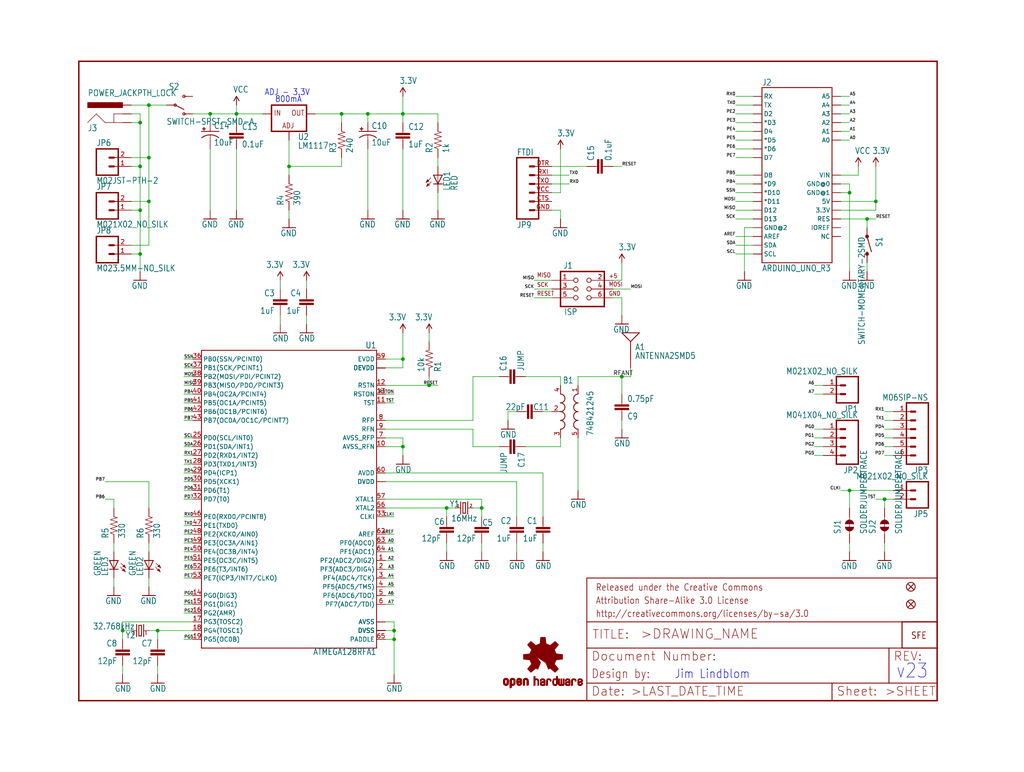
<source format=kicad_sch>
(kicad_sch (version 20211123) (generator eeschema)
  (paper "User" 297.002 223.926)
  (lib_symbols
    (symbol "schematicEagle-eagle-import:3.3V" (power)
      (property "Value" "3.3V" (at -1.016 3.556 0))
      (symbol "3.3V_1_0"
        (pin power_in line (at 0 0 90) (length 2.54) (name "3.3V") (number "1"))
      )
    )
    (symbol "schematicEagle-eagle-import:ANTENNA2SMD5"
      (property "Value" "ANTENNA2SMD5" (at 1.27 -2.54 0))
      (symbol "ANTENNA2SMD5_1_0"
        (pin bidirectional line (at 0 -5.08 90) (length 2.54) (name "SIGNAL") (number "FEED"))
      )
    )
    (symbol "schematicEagle-eagle-import:ARDUINO_UNO_R3"
      (property "Reference" "J" (at -10.16 25.908 0))
      (property "Value" "ARDUINO_UNO_R3" (at -10.16 -27.94 0))
      (symbol "ARDUINO_UNO_R3_1_0"
        (pin bidirectional line (at 12.7 -10.16 180) (length 2.54) (name "3.3V") (number "3.3V"))
        (pin bidirectional line (at 12.7 -7.62 180) (length 2.54) (name "5V") (number "5V"))
        (pin bidirectional line (at 12.7 10.16 180) (length 2.54) (name "A0") (number "A0"))
        (pin bidirectional line (at 12.7 12.7 180) (length 2.54) (name "A1") (number "A1"))
        (pin bidirectional line (at 12.7 15.24 180) (length 2.54) (name "A2") (number "A2"))
        (pin bidirectional line (at 12.7 17.78 180) (length 2.54) (name "A3") (number "A3"))
        (pin bidirectional line (at 12.7 20.32 180) (length 2.54) (name "A4") (number "A4"))
        (pin bidirectional line (at 12.7 22.86 180) (length 2.54) (name "A5") (number "A5"))
        (pin bidirectional line (at -12.7 -17.78 0) (length 2.54) (name "AREF") (number "AREF"))
        (pin bidirectional line (at -12.7 -5.08 0) (length 2.54) (name "*D10") (number "D10"))
        (pin bidirectional line (at -12.7 -7.62 0) (length 2.54) (name "*D11") (number "D11"))
        (pin bidirectional line (at -12.7 -10.16 0) (length 2.54) (name "D12") (number "D12"))
        (pin bidirectional line (at -12.7 -12.7 0) (length 2.54) (name "D13") (number "D13"))
        (pin bidirectional line (at -12.7 17.78 0) (length 2.54) (name "D2") (number "D2"))
        (pin bidirectional line (at -12.7 15.24 0) (length 2.54) (name "*D3") (number "D3"))
        (pin bidirectional line (at -12.7 12.7 0) (length 2.54) (name "D4") (number "D4"))
        (pin bidirectional line (at -12.7 10.16 0) (length 2.54) (name "*D5") (number "D5"))
        (pin bidirectional line (at -12.7 7.62 0) (length 2.54) (name "*D6") (number "D6"))
        (pin bidirectional line (at -12.7 5.08 0) (length 2.54) (name "D7") (number "D7"))
        (pin bidirectional line (at -12.7 0 0) (length 2.54) (name "D8") (number "D8"))
        (pin bidirectional line (at -12.7 -2.54 0) (length 2.54) (name "*D9") (number "D9"))
        (pin bidirectional line (at 12.7 -2.54 180) (length 2.54) (name "GND@0") (number "GND@0"))
        (pin bidirectional line (at 12.7 -5.08 180) (length 2.54) (name "GND@1") (number "GND@1"))
        (pin bidirectional line (at -12.7 -15.24 0) (length 2.54) (name "GND@2") (number "GND@2"))
        (pin bidirectional line (at 12.7 -15.24 180) (length 2.54) (name "IOREF") (number "IOREF"))
        (pin bidirectional line (at 12.7 -17.78 180) (length 2.54) (name "NC") (number "NC"))
        (pin bidirectional line (at 12.7 -12.7 180) (length 2.54) (name "RES") (number "RES"))
        (pin bidirectional line (at -12.7 22.86 0) (length 2.54) (name "RX") (number "RX"))
        (pin bidirectional line (at -12.7 -22.86 0) (length 2.54) (name "SCL") (number "SCL"))
        (pin bidirectional line (at -12.7 -20.32 0) (length 2.54) (name "SDA") (number "SDA"))
        (pin bidirectional line (at -12.7 20.32 0) (length 2.54) (name "TX") (number "TX"))
        (pin bidirectional line (at 12.7 0 180) (length 2.54) (name "VIN") (number "VIN"))
      )
    )
    (symbol "schematicEagle-eagle-import:ATMEGA128RFA1"
      (property "Reference" "U" (at -25.4 43.688 0))
      (property "Value" "ATMEGA128RFA1" (at -25.4 -45.212 0))
      (symbol "ATMEGA128RFA1_1_0"
        (pin bidirectional line (at -27.94 -17.78 0) (length 2.54) (name "PF2(ADC2/DIG2)") (number "1"))
        (pin bidirectional line (at -27.94 15.24 0) (length 2.54) (name "AVSS_RFN") (number "10"))
        (pin bidirectional line (at -27.94 27.94 0) (length 2.54) (name "TST") (number "11"))
        (pin bidirectional line (at -27.94 33.02 0) (length 2.54) (name "RSTN") (number "12"))
        (pin bidirectional line (at -27.94 30.48 0) (length 2.54) (name "RSTON") (number "13"))
        (pin bidirectional line (at 27.94 -27.94 180) (length 2.54) (name "PG0(DIG3)") (number "14"))
        (pin bidirectional line (at 27.94 -30.48 180) (length 2.54) (name "PG1(DIG1)") (number "15"))
        (pin bidirectional line (at 27.94 -33.02 180) (length 2.54) (name "PG2(AMR)") (number "16"))
        (pin bidirectional line (at 27.94 -35.56 180) (length 2.54) (name "PG3(TOSC2)") (number "17"))
        (pin bidirectional line (at 27.94 -38.1 180) (length 2.54) (name "PG4(TOSC1)") (number "18"))
        (pin bidirectional line (at 27.94 -40.64 180) (length 2.54) (name "PG5(OC0B)") (number "19"))
        (pin bidirectional line (at -27.94 -20.32 0) (length 2.54) (name "PF3(ADC3/DIG4)") (number "2"))
        (pin bidirectional line (at -27.94 -38.1 0) (length 2.54) (name "DVSS") (number "20"))
        (pin bidirectional line (at -27.94 5.08 0) (length 2.54) (name "DVDD") (number "21"))
        (pin bidirectional line (at -27.94 5.08 0) (length 2.54) (name "DVDD") (number "22"))
        (pin bidirectional line (at -27.94 38.1 0) (length 2.54) (name "DEVDD") (number "23"))
        (pin bidirectional line (at -27.94 -38.1 0) (length 2.54) (name "DVSS") (number "24"))
        (pin bidirectional line (at 27.94 17.78 180) (length 2.54) (name "PD0(SCL/INT0)") (number "25"))
        (pin bidirectional line (at 27.94 15.24 180) (length 2.54) (name "PD1(SDA/INT1)") (number "26"))
        (pin bidirectional line (at 27.94 12.7 180) (length 2.54) (name "PD2(RXD1/INT2)") (number "27"))
        (pin bidirectional line (at 27.94 10.16 180) (length 2.54) (name "PD3(TXD1/INT3)") (number "28"))
        (pin bidirectional line (at 27.94 7.62 180) (length 2.54) (name "PD4(ICP1)") (number "29"))
        (pin bidirectional line (at -27.94 -22.86 0) (length 2.54) (name "PF4(ADC4/TCK)") (number "3"))
        (pin bidirectional line (at 27.94 5.08 180) (length 2.54) (name "PD5(XCK1)") (number "30"))
        (pin bidirectional line (at 27.94 2.54 180) (length 2.54) (name "PD6(T1)") (number "31"))
        (pin bidirectional line (at 27.94 0 180) (length 2.54) (name "PD7(T0)") (number "32"))
        (pin bidirectional line (at -27.94 -5.08 0) (length 2.54) (name "CLKI") (number "33"))
        (pin bidirectional line (at -27.94 38.1 0) (length 2.54) (name "DEVDD") (number "34"))
        (pin bidirectional line (at -27.94 -38.1 0) (length 2.54) (name "DVSS") (number "35"))
        (pin bidirectional line (at 27.94 40.64 180) (length 2.54) (name "PB0(SSN/PCINT0)") (number "36"))
        (pin bidirectional line (at 27.94 38.1 180) (length 2.54) (name "PB1(SCK/PCINT1)") (number "37"))
        (pin bidirectional line (at 27.94 35.56 180) (length 2.54) (name "PB2(MOSI/PDI/PCINT2)") (number "38"))
        (pin bidirectional line (at 27.94 33.02 180) (length 2.54) (name "PB3(MISO/PDO/PCINT3)") (number "39"))
        (pin bidirectional line (at -27.94 -25.4 0) (length 2.54) (name "PF5(ADC5/TMS)") (number "4"))
        (pin bidirectional line (at 27.94 30.48 180) (length 2.54) (name "PB4(OC2A/PCINT4)") (number "40"))
        (pin bidirectional line (at 27.94 27.94 180) (length 2.54) (name "PB5(OC1A/PCINT5)") (number "41"))
        (pin bidirectional line (at 27.94 25.4 180) (length 2.54) (name "PB6(OC1B/PCINT6)") (number "42"))
        (pin bidirectional line (at 27.94 22.86 180) (length 2.54) (name "PB7(OC0A/OC1C/PCINT7)") (number "43"))
        (pin bidirectional line (at -27.94 38.1 0) (length 2.54) (name "DEVDD") (number "44"))
        (pin bidirectional line (at -27.94 -38.1 0) (length 2.54) (name "DVSS") (number "45"))
        (pin bidirectional line (at 27.94 -5.08 180) (length 2.54) (name "PE0(RXD0/PCINT8)") (number "46"))
        (pin bidirectional line (at 27.94 -7.62 180) (length 2.54) (name "PE1(TXD0)") (number "47"))
        (pin bidirectional line (at 27.94 -10.16 180) (length 2.54) (name "PE2(XCK0/AIN0)") (number "48"))
        (pin bidirectional line (at 27.94 -12.7 180) (length 2.54) (name "PE3(OC3A/AIN1)") (number "49"))
        (pin bidirectional line (at -27.94 -27.94 0) (length 2.54) (name "PF6(ADC6/TDO)") (number "5"))
        (pin bidirectional line (at 27.94 -15.24 180) (length 2.54) (name "PE4(OC3B/INT4)") (number "50"))
        (pin bidirectional line (at 27.94 -17.78 180) (length 2.54) (name "PE5(OC3C/INT5)") (number "51"))
        (pin bidirectional line (at 27.94 -20.32 180) (length 2.54) (name "PE6(T3/INT6)") (number "52"))
        (pin bidirectional line (at 27.94 -22.86 180) (length 2.54) (name "PE7(ICP3/INT7/CLKO)") (number "53"))
        (pin bidirectional line (at -27.94 38.1 0) (length 2.54) (name "DEVDD") (number "54"))
        (pin bidirectional line (at -27.94 -38.1 0) (length 2.54) (name "DVSS") (number "55"))
        (pin bidirectional line (at -27.94 -2.54 0) (length 2.54) (name "XTAL2") (number "56"))
        (pin bidirectional line (at -27.94 0 0) (length 2.54) (name "XTAL1") (number "57"))
        (pin bidirectional line (at -27.94 -35.56 0) (length 2.54) (name "AVSS") (number "58"))
        (pin bidirectional line (at -27.94 40.64 0) (length 2.54) (name "EVDD") (number "59"))
        (pin bidirectional line (at -27.94 -30.48 0) (length 2.54) (name "PF7(ADC7/TDI)") (number "6"))
        (pin bidirectional line (at -27.94 7.62 0) (length 2.54) (name "AVDD") (number "60"))
        (pin bidirectional line (at -27.94 -35.56 0) (length 2.54) (name "AVSS") (number "61"))
        (pin bidirectional line (at -27.94 -10.16 0) (length 2.54) (name "AREF") (number "62"))
        (pin bidirectional line (at -27.94 -12.7 0) (length 2.54) (name "PF0(ADC0)") (number "63"))
        (pin bidirectional line (at -27.94 -15.24 0) (length 2.54) (name "PF1(ADC1)") (number "64"))
        (pin bidirectional line (at -27.94 -40.64 0) (length 2.54) (name "PADDLE") (number "65"))
        (pin bidirectional line (at -27.94 17.78 0) (length 2.54) (name "AVSS_RFP") (number "7"))
        (pin bidirectional line (at -27.94 22.86 0) (length 2.54) (name "RFP") (number "8"))
        (pin bidirectional line (at -27.94 20.32 0) (length 2.54) (name "RFN") (number "9"))
      )
    )
    (symbol "schematicEagle-eagle-import:AVR_SPI_PRG_6NS"
      (property "Reference" "J" (at -4.318 5.842 0))
      (property "Value" "AVR_SPI_PRG_6NS" (at -4.064 -7.62 0))
      (symbol "AVR_SPI_PRG_6NS_1_0"
        (text "+5" (at 8.89 3.048 0) (effects (font (size 1.27 1.0795)) (justify left bottom)))
        (text "GND" (at 8.89 -2.032 0) (effects (font (size 1.27 1.0795)) (justify left bottom)))
        (text "MISO" (at -11.938 3.302 0) (effects (font (size 1.27 1.0795)) (justify left bottom)))
        (text "MOSI" (at 8.89 0.635 0) (effects (font (size 1.27 1.0795)) (justify left bottom)))
        (text "RESET" (at -11.938 -2.032 0) (effects (font (size 1.27 1.0795)) (justify left bottom)))
        (text "SCK" (at -11.938 0.508 0) (effects (font (size 1.27 1.0795)) (justify left bottom)))
        (pin passive inverted (at -7.62 2.54 0) (length 7.62) (name "1") (number "1"))
        (pin passive inverted (at 10.16 2.54 180) (length 7.62) (name "2") (number "2"))
        (pin passive inverted (at -7.62 0 0) (length 7.62) (name "3") (number "3"))
        (pin passive inverted (at 10.16 0 180) (length 7.62) (name "4") (number "4"))
        (pin passive inverted (at -7.62 -2.54 0) (length 7.62) (name "5") (number "5"))
        (pin passive inverted (at 10.16 -2.54 180) (length 7.62) (name "6") (number "6"))
      )
    )
    (symbol "schematicEagle-eagle-import:BALUN0805"
      (property "Reference" "B" (at -5.08 -20.32 0))
      (property "Value" "BALUN0805" (at -5.08 -17.78 0))
      (symbol "BALUN0805_1_0"
        (pin bidirectional line (at -2.54 5.08 270) (length 2.54) (name "IN") (number "1"))
        (pin bidirectional line (at 5.08 -2.54 180) (length 2.54) (name "GND@2") (number "2"))
        (pin bidirectional line (at 2.54 -10.16 90) (length 2.54) (name "OUT2") (number "3"))
        (pin bidirectional line (at 2.54 5.08 270) (length 2.54) (name "OUT1") (number "4"))
        (pin bidirectional line (at -2.54 -10.16 90) (length 2.54) (name "GND@5") (number "5"))
      )
    )
    (symbol "schematicEagle-eagle-import:CAP0402-CAP"
      (property "Reference" "C" (at 1.524 2.921 0))
      (property "Value" "CAP0402-CAP" (at 1.524 -2.159 0))
      (symbol "CAP0402-CAP_1_0"
        (pin passive line (at 0 5.08 270) (length 2.54) (name "1") (number "1"))
        (pin passive line (at 0 -2.54 90) (length 2.54) (name "2") (number "2"))
      )
    )
    (symbol "schematicEagle-eagle-import:CAP_POL1206"
      (property "Reference" "C" (at 1.016 0.635 0))
      (property "Value" "CAP_POL1206" (at 1.016 -4.191 0))
      (symbol "CAP_POL1206_1_0"
        (pin passive line (at 0 2.54 270) (length 2.54) (name "+") (number "A"))
        (pin passive line (at 0 -5.08 90) (length 2.54) (name "-") (number "C"))
      )
    )
    (symbol "schematicEagle-eagle-import:CRYSTAL32-SMD"
      (property "Reference" "Y" (at 2.54 1.016 0))
      (property "Value" "CRYSTAL32-SMD" (at 2.54 -2.54 0))
      (symbol "CRYSTAL32-SMD_1_0"
        (text "1" (at -2.159 -1.143 0) (effects (font (size 0.8636 0.734)) (justify left bottom)))
        (text "2" (at 1.524 -1.143 0) (effects (font (size 0.8636 0.734)) (justify left bottom)))
        (pin passive line (at -2.54 0 0) (length 0) (name "1") (number "X1"))
        (pin passive line (at 2.54 0 180) (length 0) (name "2") (number "X2"))
      )
    )
    (symbol "schematicEagle-eagle-import:CRYSTAL5X3"
      (property "Reference" "Y" (at 2.54 1.016 0))
      (property "Value" "CRYSTAL5X3" (at 2.54 -2.54 0))
      (symbol "CRYSTAL5X3_1_0"
        (text "1" (at -2.159 -1.143 0) (effects (font (size 0.8636 0.734)) (justify left bottom)))
        (text "2" (at 1.524 -1.143 0) (effects (font (size 0.8636 0.734)) (justify left bottom)))
        (pin passive line (at -2.54 0 0) (length 0) (name "1") (number "1"))
        (pin passive line (at 2.54 0 180) (length 0) (name "2") (number "3"))
      )
    )
    (symbol "schematicEagle-eagle-import:FIDUCIALUFIDUCIAL")
    (symbol "schematicEagle-eagle-import:FRAME-LETTER"
      (symbol "FRAME-LETTER_2_0"
        (text ">DRAWING_NAME" (at 15.494 17.78 0) (effects (font (size 2.7432 2.7432)) (justify left bottom)))
        (text ">LAST_DATE_TIME" (at 12.7 1.27 0) (effects (font (size 2.54 2.54)) (justify left bottom)))
        (text ">SHEET" (at 86.36 1.27 0) (effects (font (size 2.54 2.54)) (justify left bottom)))
        (text "Attribution Share-Alike 3.0 License" (at 2.54 27.94 0) (effects (font (size 1.9304 1.6408)) (justify left bottom)))
        (text "Date:" (at 1.27 1.27 0) (effects (font (size 2.54 2.54)) (justify left bottom)))
        (text "Design by:" (at 1.27 6.35 0) (effects (font (size 2.54 2.159)) (justify left bottom)))
        (text "Document Number:" (at 1.27 11.43 0) (effects (font (size 2.54 2.54)) (justify left bottom)))
        (text "http://creativecommons.org/licenses/by-sa/3.0" (at 2.54 24.13 0) (effects (font (size 1.9304 1.6408)) (justify left bottom)))
        (text "Released under the Creative Commons" (at 2.54 31.75 0) (effects (font (size 1.9304 1.6408)) (justify left bottom)))
        (text "REV:" (at 88.9 11.43 0) (effects (font (size 2.54 2.54)) (justify left bottom)))
        (text "Sheet:" (at 72.39 1.27 0) (effects (font (size 2.54 2.54)) (justify left bottom)))
        (text "TITLE:" (at 1.524 17.78 0) (effects (font (size 2.54 2.54)) (justify left bottom)))
      )
    )
    (symbol "schematicEagle-eagle-import:FTDI_BASICPTH"
      (property "Reference" "JP" (at -5.08 10.922 0))
      (property "Value" "FTDI_BASICPTH" (at -5.08 -10.16 0))
      (symbol "FTDI_BASICPTH_1_0"
        (pin passive line (at 5.08 5.08 180) (length 5.08) (name "5") (number "CTS"))
        (pin passive line (at 5.08 -5.08 180) (length 5.08) (name "1") (number "DTR"))
        (pin passive line (at 5.08 7.62 180) (length 5.08) (name "6") (number "GND"))
        (pin passive line (at 5.08 -2.54 180) (length 5.08) (name "2") (number "RXI"))
        (pin passive line (at 5.08 0 180) (length 5.08) (name "3") (number "TXO"))
        (pin passive line (at 5.08 2.54 180) (length 5.08) (name "4") (number "VCC"))
      )
    )
    (symbol "schematicEagle-eagle-import:GND" (power)
      (property "Value" "GND" (at -2.54 -2.54 0))
      (symbol "GND_1_0"
        (pin power_in line (at 0 2.54 270) (length 2.54) (name "GND") (number "1"))
      )
    )
    (symbol "schematicEagle-eagle-import:LED0603"
      (property "Reference" "LED" (at 3.556 -4.572 90))
      (property "Value" "LED0603" (at 5.715 -4.572 90))
      (symbol "LED0603_1_0"
        (pin passive line (at 0 2.54 270) (length 2.54) (name "A") (number "A"))
        (pin passive line (at 0 -5.08 90) (length 2.54) (name "C") (number "C"))
      )
    )
    (symbol "schematicEagle-eagle-import:LOGO-SFENEW"
      (symbol "LOGO-SFENEW_1_0"
        (text "SFE" (at 0 0 0) (effects (font (size 1.9304 1.6408)) (justify left bottom)))
      )
    )
    (symbol "schematicEagle-eagle-import:M021X02_NO_SILK"
      (property "Reference" "JP" (at -2.54 5.842 0))
      (property "Value" "M021X02_NO_SILK" (at -2.54 -5.08 0))
      (symbol "M021X02_NO_SILK_1_0"
        (pin passive line (at 7.62 0 180) (length 5.08) (name "1") (number "1"))
        (pin passive line (at 7.62 2.54 180) (length 5.08) (name "2") (number "2"))
      )
    )
    (symbol "schematicEagle-eagle-import:M023.5MM-NO_SILK"
      (property "Reference" "JP" (at -2.54 5.842 0))
      (property "Value" "M023.5MM-NO_SILK" (at -2.54 -5.08 0))
      (symbol "M023.5MM-NO_SILK_1_0"
        (pin passive line (at 7.62 0 180) (length 5.08) (name "1") (number "1"))
        (pin passive line (at 7.62 2.54 180) (length 5.08) (name "2") (number "2"))
      )
    )
    (symbol "schematicEagle-eagle-import:M02JST-PTH-2"
      (property "Reference" "JP" (at -2.54 5.842 0))
      (property "Value" "M02JST-PTH-2" (at -2.54 -5.08 0))
      (symbol "M02JST-PTH-2_1_0"
        (pin passive line (at 7.62 0 180) (length 5.08) (name "1") (number "1"))
        (pin passive line (at 7.62 2.54 180) (length 5.08) (name "2") (number "2"))
      )
    )
    (symbol "schematicEagle-eagle-import:M041X04_NO_SILK"
      (property "Reference" "JP" (at -5.08 8.382 0))
      (property "Value" "M041X04_NO_SILK" (at -5.08 -7.62 0))
      (symbol "M041X04_NO_SILK_1_0"
        (pin passive line (at 5.08 -2.54 180) (length 5.08) (name "1") (number "1"))
        (pin passive line (at 5.08 0 180) (length 5.08) (name "2") (number "2"))
        (pin passive line (at 5.08 2.54 180) (length 5.08) (name "3") (number "3"))
        (pin passive line (at 5.08 5.08 180) (length 5.08) (name "4") (number "4"))
      )
    )
    (symbol "schematicEagle-eagle-import:M06SIP-NS"
      (property "Reference" "JP" (at -5.08 10.922 0))
      (property "Value" "M06SIP-NS" (at -5.08 -10.16 0))
      (symbol "M06SIP-NS_1_0"
        (pin passive line (at 5.08 -5.08 180) (length 5.08) (name "1") (number "1"))
        (pin passive line (at 5.08 -2.54 180) (length 5.08) (name "2") (number "2"))
        (pin passive line (at 5.08 0 180) (length 5.08) (name "3") (number "3"))
        (pin passive line (at 5.08 2.54 180) (length 5.08) (name "4") (number "4"))
        (pin passive line (at 5.08 5.08 180) (length 5.08) (name "5") (number "5"))
        (pin passive line (at 5.08 7.62 180) (length 5.08) (name "6") (number "6"))
      )
    )
    (symbol "schematicEagle-eagle-import:OSHW-LOGOS")
    (symbol "schematicEagle-eagle-import:POWER_JACKPTH_LOCK"
      (property "Reference" "J" (at -10.16 0 0))
      (property "Value" "POWER_JACKPTH_LOCK" (at -10.16 10.16 0))
      (symbol "POWER_JACKPTH_LOCK_1_0"
        (pin bidirectional line (at 2.54 2.54 180) (length 2.54) (name "GND") (number "GND"))
        (pin bidirectional line (at 2.54 5.08 180) (length 2.54) (name "GNDBREAK") (number "GNDBREAK"))
        (pin bidirectional line (at 2.54 7.62 180) (length 2.54) (name "PWR") (number "PWR"))
      )
    )
    (symbol "schematicEagle-eagle-import:RESISTOR0402-RES"
      (property "Reference" "R" (at -3.81 1.4986 0))
      (property "Value" "RESISTOR0402-RES" (at -3.81 -3.302 0))
      (symbol "RESISTOR0402-RES_1_0"
        (pin passive line (at -5.08 0 0) (length 2.54) (name "1") (number "1"))
        (pin passive line (at 5.08 0 180) (length 2.54) (name "2") (number "2"))
      )
    )
    (symbol "schematicEagle-eagle-import:SOLDERJUMPERTRACE"
      (property "Reference" "SJ" (at -2.54 2.54 0))
      (property "Value" "SOLDERJUMPERTRACE" (at -2.54 -5.08 0))
      (symbol "SOLDERJUMPERTRACE_1_0"
        (pin passive line (at -5.08 0 0) (length 2.54) (name "1") (number "1"))
        (pin passive line (at 5.08 0 180) (length 2.54) (name "2") (number "2"))
      )
    )
    (symbol "schematicEagle-eagle-import:SWITCH-MOMENTARY-2SMD"
      (property "Reference" "S" (at -2.54 2.54 0))
      (property "Value" "SWITCH-MOMENTARY-2SMD" (at -2.54 -2.54 0))
      (symbol "SWITCH-MOMENTARY-2SMD_1_0"
        (pin passive line (at -5.08 0 0) (length 2.54) (name "1") (number "1"))
        (pin passive line (at 5.08 0 180) (length 2.54) (name "2") (number "3"))
      )
    )
    (symbol "schematicEagle-eagle-import:SWITCH-SPST-SMD-A"
      (property "Reference" "S" (at -1.905 -6.35 0))
      (property "Value" "SWITCH-SPST-SMD-A" (at -2.54 3.81 0))
      (symbol "SWITCH-SPST-SMD-A_1_0"
        (pin passive line (at 5.08 2.54 180) (length 2.54) (name "O") (number "1"))
        (pin passive line (at -2.54 0 0) (length 2.54) (name "P") (number "2"))
        (pin passive line (at 5.08 -2.54 180) (length 2.54) (name "S") (number "3"))
      )
    )
    (symbol "schematicEagle-eagle-import:VCC" (power)
      (property "Value" "VCC" (at -1.016 3.556 0))
      (symbol "VCC_1_0"
        (pin power_in line (at 0 0 90) (length 2.54) (name "VCC") (number "1"))
      )
    )
    (symbol "schematicEagle-eagle-import:V_REG_317SMD"
      (property "Reference" "U" (at 2.54 -7.62 0))
      (property "Value" "V_REG_317SMD" (at 2.54 -10.16 0))
      (symbol "V_REG_317SMD_1_0"
        (text "ADJ" (at -2.032 -4.318 0) (effects (font (size 1.524 1.2954)) (justify left bottom)))
        (text "IN" (at -4.445 -0.635 0) (effects (font (size 1.524 1.2954)) (justify left bottom)))
        (text "OUT" (at 0.635 -0.635 0) (effects (font (size 1.524 1.2954)) (justify left bottom)))
        (pin input line (at 0 -7.62 90) (length 2.54) (name "ADJ") (number "1"))
        (pin output line (at 7.62 0 180) (length 2.54) (name "OUT") (number "2"))
        (pin input line (at -7.62 0 0) (length 2.54) (name "IN") (number "3"))
      )
    )
  )
  (junction (at 35.56 182.88))
  (junction (at 40.64 60.96))
  (junction (at 68.58 33.02))
  (junction (at 114.3 185.42))
  (junction (at 116.84 33.02))
  (junction (at 246.38 55.88))
  (junction (at 40.64 73.66))
  (junction (at 251.46 63.5))
  (junction (at 254 58.42))
  (junction (at 114.3 182.88))
  (junction (at 43.18 58.42))
  (junction (at 116.84 129.54))
  (junction (at 116.84 104.14))
  (junction (at 43.18 30.48))
  (junction (at 139.7 147.32))
  (junction (at 106.68 33.02))
  (junction (at 60.96 33.02))
  (junction (at 256.54 144.78))
  (junction (at 99.06 33.02))
  (junction (at 43.18 45.72))
  (junction (at 124.46 111.76))
  (junction (at 129.54 147.32))
  (junction (at 180.34 109.22))
  (junction (at 40.64 35.56))
  (junction (at 45.72 182.88))
  (junction (at 40.64 48.26))
  (junction (at 246.38 142.24))
  (junction (at 83.82 48.26))
  (wire (pts (xy 55.88 116.84) (xy 53.34 116.84)))
  (wire (pts (xy 68.58 35.56) (xy 68.58 33.02)))
  (wire (pts (xy 243.84 40.64) (xy 246.38 40.64)))
  (wire (pts (xy 259.08 142.24) (xy 246.38 142.24)))
  (wire (pts (xy 38.1 45.72) (xy 43.18 45.72)))
  (wire (pts (xy 243.84 58.42) (xy 254 58.42)))
  (wire (pts (xy 38.1 58.42) (xy 43.18 58.42)))
  (wire (pts (xy 43.18 157.48) (xy 43.18 160.02)))
  (wire (pts (xy 259.08 121.92) (xy 256.54 121.92)))
  (wire (pts (xy 55.88 137.16) (xy 53.34 137.16)))
  (wire (pts (xy 162.56 109.22) (xy 162.56 111.76)))
  (wire (pts (xy 218.44 68.58) (xy 213.36 68.58)))
  (wire (pts (xy 218.44 50.8) (xy 213.36 50.8)))
  (wire (pts (xy 111.76 175.26) (xy 114.3 175.26)))
  (wire (pts (xy 38.1 182.88) (xy 35.56 182.88)))
  (wire (pts (xy 35.56 195.58) (xy 35.56 193.04)))
  (wire (pts (xy 106.68 35.56) (xy 106.68 33.02)))
  (wire (pts (xy 246.38 55.88) (xy 246.38 78.74)))
  (wire (pts (xy 162.56 129.54) (xy 162.56 127)))
  (wire (pts (xy 43.18 182.88) (xy 45.72 182.88)))
  (wire (pts (xy 238.76 129.54) (xy 236.22 129.54)))
  (wire (pts (xy 60.96 33.02) (xy 68.58 33.02)))
  (wire (pts (xy 218.44 30.48) (xy 213.36 30.48)))
  (wire (pts (xy 139.7 160.02) (xy 139.7 157.48)))
  (wire (pts (xy 33.02 147.32) (xy 33.02 144.78)))
  (wire (pts (xy 218.44 58.42) (xy 213.36 58.42)))
  (wire (pts (xy 55.88 185.42) (xy 53.34 185.42)))
  (wire (pts (xy 137.16 109.22) (xy 144.78 109.22)))
  (wire (pts (xy 259.08 144.78) (xy 256.54 144.78)))
  (wire (pts (xy 88.9 81.28) (xy 88.9 83.82)))
  (wire (pts (xy 43.18 71.12) (xy 43.18 58.42)))
  (wire (pts (xy 55.88 129.54) (xy 53.34 129.54)))
  (wire (pts (xy 68.58 33.02) (xy 76.2 33.02)))
  (wire (pts (xy 68.58 33.02) (xy 68.58 30.48)))
  (wire (pts (xy 243.84 53.34) (xy 246.38 53.34)))
  (wire (pts (xy 38.1 73.66) (xy 40.64 73.66)))
  (polyline (pts (xy 246.38 151.638) (xy 246.38 153.162)))
  (wire (pts (xy 137.16 147.32) (xy 139.7 147.32)))
  (wire (pts (xy 43.18 58.42) (xy 43.18 45.72)))
  (wire (pts (xy 40.64 35.56) (xy 40.64 48.26)))
  (wire (pts (xy 167.64 109.22) (xy 180.34 109.22)))
  (wire (pts (xy 256.54 147.32) (xy 256.54 144.78)))
  (wire (pts (xy 127 60.96) (xy 127 55.88)))
  (wire (pts (xy 35.56 180.34) (xy 55.88 180.34)))
  (wire (pts (xy 149.86 160.02) (xy 149.86 157.48)))
  (wire (pts (xy 259.08 127) (xy 256.54 127)))
  (wire (pts (xy 111.76 160.02) (xy 114.3 160.02)))
  (wire (pts (xy 33.02 144.78) (xy 30.48 144.78)))
  (wire (pts (xy 218.44 55.88) (xy 213.36 55.88)))
  (wire (pts (xy 162.56 55.88) (xy 162.56 43.18)))
  (wire (pts (xy 116.84 60.96) (xy 116.84 43.18)))
  (wire (pts (xy 111.76 165.1) (xy 114.3 165.1)))
  (wire (pts (xy 218.44 63.5) (xy 213.36 63.5)))
  (wire (pts (xy 238.76 127) (xy 236.22 127)))
  (wire (pts (xy 111.76 127) (xy 116.84 127)))
  (wire (pts (xy 111.76 114.3) (xy 114.3 114.3)))
  (wire (pts (xy 55.88 127) (xy 53.34 127)))
  (wire (pts (xy 238.76 114.3) (xy 236.22 114.3)))
  (wire (pts (xy 114.3 180.34) (xy 114.3 182.88)))
  (wire (pts (xy 124.46 111.76) (xy 127 111.76)))
  (wire (pts (xy 83.82 63.5) (xy 83.82 60.96)))
  (wire (pts (xy 111.76 137.16) (xy 157.48 137.16)))
  (wire (pts (xy 111.76 124.46) (xy 137.16 124.46)))
  (wire (pts (xy 218.44 73.66) (xy 213.36 73.66)))
  (wire (pts (xy 167.64 111.76) (xy 167.64 109.22)))
  (wire (pts (xy 35.56 185.42) (xy 35.56 182.88)))
  (wire (pts (xy 40.64 73.66) (xy 40.64 78.74)))
  (wire (pts (xy 251.46 78.74) (xy 251.46 76.2)))
  (wire (pts (xy 114.3 182.88) (xy 114.3 185.42)))
  (wire (pts (xy 81.28 93.98) (xy 81.28 91.44)))
  (wire (pts (xy 83.82 40.64) (xy 83.82 48.26)))
  (wire (pts (xy 129.54 149.86) (xy 129.54 147.32)))
  (wire (pts (xy 160.02 55.88) (xy 162.56 55.88)))
  (wire (pts (xy 55.88 111.76) (xy 53.34 111.76)))
  (wire (pts (xy 254 58.42) (xy 254 48.26)))
  (wire (pts (xy 38.1 30.48) (xy 43.18 30.48)))
  (wire (pts (xy 55.88 109.22) (xy 53.34 109.22)))
  (wire (pts (xy 38.1 35.56) (xy 40.64 35.56)))
  (polyline (pts (xy 256.54 151.638) (xy 256.54 153.162)))
  (wire (pts (xy 55.88 132.08) (xy 53.34 132.08)))
  (wire (pts (xy 243.84 60.96) (xy 254 60.96)))
  (wire (pts (xy 55.88 167.64) (xy 53.34 167.64)))
  (wire (pts (xy 251.46 63.5) (xy 254 63.5)))
  (wire (pts (xy 259.08 129.54) (xy 256.54 129.54)))
  (wire (pts (xy 33.02 167.64) (xy 33.02 170.18)))
  (wire (pts (xy 243.84 33.02) (xy 246.38 33.02)))
  (wire (pts (xy 35.56 182.88) (xy 35.56 180.34)))
  (wire (pts (xy 60.96 35.56) (xy 60.96 33.02)))
  (wire (pts (xy 177.8 81.28) (xy 180.34 81.28)))
  (wire (pts (xy 157.48 137.16) (xy 157.48 149.86)))
  (wire (pts (xy 218.44 38.1) (xy 213.36 38.1)))
  (wire (pts (xy 182.88 109.22) (xy 180.34 109.22)))
  (wire (pts (xy 99.06 45.72) (xy 99.06 48.26)))
  (wire (pts (xy 251.46 66.04) (xy 251.46 63.5)))
  (wire (pts (xy 160.02 86.36) (xy 154.94 86.36)))
  (wire (pts (xy 111.76 185.42) (xy 114.3 185.42)))
  (wire (pts (xy 114.3 185.42) (xy 114.3 195.58)))
  (wire (pts (xy 180.34 124.46) (xy 180.34 121.92)))
  (wire (pts (xy 259.08 119.38) (xy 256.54 119.38)))
  (wire (pts (xy 243.84 38.1) (xy 246.38 38.1)))
  (wire (pts (xy 243.84 35.56) (xy 246.38 35.56)))
  (wire (pts (xy 55.88 121.92) (xy 53.34 121.92)))
  (wire (pts (xy 238.76 111.76) (xy 236.22 111.76)))
  (wire (pts (xy 243.84 63.5) (xy 251.46 63.5)))
  (wire (pts (xy 177.8 86.36) (xy 180.34 86.36)))
  (wire (pts (xy 180.34 81.28) (xy 180.34 76.2)))
  (wire (pts (xy 91.44 33.02) (xy 99.06 33.02)))
  (wire (pts (xy 40.64 33.02) (xy 40.64 35.56)))
  (wire (pts (xy 167.64 127) (xy 167.64 142.24)))
  (wire (pts (xy 68.58 60.96) (xy 68.58 43.18)))
  (wire (pts (xy 55.88 104.14) (xy 53.34 104.14)))
  (wire (pts (xy 218.44 66.04) (xy 215.9 66.04)))
  (wire (pts (xy 99.06 33.02) (xy 106.68 33.02)))
  (wire (pts (xy 160.02 53.34) (xy 165.1 53.34)))
  (wire (pts (xy 160.02 50.8) (xy 165.1 50.8)))
  (wire (pts (xy 55.88 175.26) (xy 53.34 175.26)))
  (wire (pts (xy 88.9 93.98) (xy 88.9 91.44)))
  (wire (pts (xy 218.44 45.72) (xy 213.36 45.72)))
  (wire (pts (xy 129.54 147.32) (xy 132.08 147.32)))
  (wire (pts (xy 116.84 35.56) (xy 116.84 33.02)))
  (wire (pts (xy 139.7 144.78) (xy 111.76 144.78)))
  (wire (pts (xy 162.56 60.96) (xy 162.56 63.5)))
  (wire (pts (xy 33.02 157.48) (xy 33.02 160.02)))
  (wire (pts (xy 55.88 177.8) (xy 53.34 177.8)))
  (wire (pts (xy 127 33.02) (xy 127 35.56)))
  (wire (pts (xy 55.88 162.56) (xy 53.34 162.56)))
  (wire (pts (xy 246.38 142.24) (xy 243.84 142.24)))
  (wire (pts (xy 43.18 45.72) (xy 43.18 30.48)))
  (wire (pts (xy 149.86 139.7) (xy 149.86 149.86)))
  (wire (pts (xy 147.32 119.38) (xy 147.32 121.92)))
  (wire (pts (xy 124.46 96.52) (xy 124.46 99.06)))
  (wire (pts (xy 127 48.26) (xy 127 45.72)))
  (wire (pts (xy 160.02 60.96) (xy 162.56 60.96)))
  (wire (pts (xy 129.54 147.32) (xy 111.76 147.32)))
  (wire (pts (xy 177.8 83.82) (xy 182.88 83.82)))
  (wire (pts (xy 116.84 33.02) (xy 116.84 27.94)))
  (wire (pts (xy 259.08 124.46) (xy 256.54 124.46)))
  (wire (pts (xy 180.34 86.36) (xy 180.34 91.44)))
  (wire (pts (xy 38.1 33.02) (xy 40.64 33.02)))
  (wire (pts (xy 55.88 165.1) (xy 53.34 165.1)))
  (wire (pts (xy 55.88 172.72) (xy 53.34 172.72)))
  (wire (pts (xy 111.76 157.48) (xy 114.3 157.48)))
  (wire (pts (xy 38.1 71.12) (xy 43.18 71.12)))
  (wire (pts (xy 157.48 160.02) (xy 157.48 157.48)))
  (wire (pts (xy 111.76 111.76) (xy 124.46 111.76)))
  (wire (pts (xy 177.8 48.26) (xy 180.34 48.26)))
  (wire (pts (xy 218.44 53.34) (xy 213.36 53.34)))
  (wire (pts (xy 40.64 48.26) (xy 40.64 60.96)))
  (wire (pts (xy 215.9 78.74) (xy 215.9 66.04)))
  (wire (pts (xy 180.34 114.3) (xy 180.34 109.22)))
  (wire (pts (xy 137.16 129.54) (xy 144.78 129.54)))
  (wire (pts (xy 55.88 139.7) (xy 53.34 139.7)))
  (wire (pts (xy 160.02 119.38) (xy 157.48 119.38)))
  (wire (pts (xy 149.86 119.38) (xy 147.32 119.38)))
  (wire (pts (xy 55.88 157.48) (xy 53.34 157.48)))
  (wire (pts (xy 60.96 60.96) (xy 60.96 43.18)))
  (wire (pts (xy 111.76 104.14) (xy 116.84 104.14)))
  (wire (pts (xy 218.44 35.56) (xy 213.36 35.56)))
  (wire (pts (xy 55.88 134.62) (xy 53.34 134.62)))
  (wire (pts (xy 218.44 33.02) (xy 213.36 33.02)))
  (wire (pts (xy 99.06 35.56) (xy 99.06 33.02)))
  (wire (pts (xy 55.88 152.4) (xy 53.34 152.4)))
  (wire (pts (xy 124.46 111.76) (xy 124.46 109.22)))
  (wire (pts (xy 243.84 30.48) (xy 246.38 30.48)))
  (wire (pts (xy 246.38 160.02) (xy 246.38 157.48)))
  (wire (pts (xy 55.88 142.24) (xy 53.34 142.24)))
  (wire (pts (xy 38.1 60.96) (xy 40.64 60.96)))
  (wire (pts (xy 116.84 132.08) (xy 116.84 129.54)))
  (wire (pts (xy 218.44 71.12) (xy 213.36 71.12)))
  (wire (pts (xy 99.06 48.26) (xy 83.82 48.26)))
  (wire (pts (xy 111.76 139.7) (xy 149.86 139.7)))
  (wire (pts (xy 238.76 124.46) (xy 236.22 124.46)))
  (wire (pts (xy 43.18 147.32) (xy 43.18 139.7)))
  (wire (pts (xy 55.88 114.3) (xy 53.34 114.3)))
  (wire (pts (xy 218.44 40.64) (xy 213.36 40.64)))
  (wire (pts (xy 129.54 160.02) (xy 129.54 157.48)))
  (wire (pts (xy 55.88 160.02) (xy 53.34 160.02)))
  (wire (pts (xy 43.18 139.7) (xy 30.48 139.7)))
  (wire (pts (xy 40.64 60.96) (xy 40.64 73.66)))
  (wire (pts (xy 160.02 83.82) (xy 154.94 83.82)))
  (wire (pts (xy 106.68 33.02) (xy 116.84 33.02)))
  (wire (pts (xy 243.84 55.88) (xy 246.38 55.88)))
  (wire (pts (xy 45.72 185.42) (xy 45.72 182.88)))
  (wire (pts (xy 248.92 50.8) (xy 248.92 48.26)))
  (wire (pts (xy 81.28 81.28) (xy 81.28 83.82)))
  (wire (pts (xy 111.76 167.64) (xy 114.3 167.64)))
  (wire (pts (xy 137.16 124.46) (xy 137.16 129.54)))
  (wire (pts (xy 111.76 106.68) (xy 116.84 106.68)))
  (wire (pts (xy 111.76 162.56) (xy 114.3 162.56)))
  (wire (pts (xy 45.72 195.58) (xy 45.72 193.04)))
  (wire (pts (xy 218.44 27.94) (xy 213.36 27.94)))
  (wire (pts (xy 218.44 60.96) (xy 213.36 60.96)))
  (wire (pts (xy 182.88 109.22) (xy 182.88 106.68)))
  (wire (pts (xy 111.76 129.54) (xy 116.84 129.54)))
  (wire (pts (xy 111.76 170.18) (xy 114.3 170.18)))
  (wire (pts (xy 116.84 106.68) (xy 116.84 104.14)))
  (wire (pts (xy 106.68 43.18) (xy 106.68 60.96)))
  (wire (pts (xy 160.02 81.28) (xy 154.94 81.28)))
  (wire (pts (xy 254 60.96) (xy 254 58.42)))
  (wire (pts (xy 256.54 160.02) (xy 256.54 157.48)))
  (wire (pts (xy 55.88 154.94) (xy 53.34 154.94)))
  (wire (pts (xy 152.4 109.22) (xy 162.56 109.22)))
  (wire (pts (xy 55.88 33.02) (xy 60.96 33.02)))
  (wire (pts (xy 55.88 119.38) (xy 53.34 119.38)))
  (wire (pts (xy 111.76 180.34) (xy 114.3 180.34)))
  (wire (pts (xy 152.4 129.54) (xy 162.56 129.54)))
  (wire (pts (xy 55.88 144.78) (xy 53.34 144.78)))
  (wire (pts (xy 111.76 154.94) (xy 114.3 154.94)))
  (wire (pts (xy 259.08 132.08) (xy 256.54 132.08)))
  (wire (pts (xy 170.18 48.26) (xy 160.02 48.26)))
  (wire (pts (xy 43.18 30.48) (xy 48.26 30.48)))
  (wire (pts (xy 55.88 149.86) (xy 53.34 149.86)))
  (wire (pts (xy 218.44 43.18) (xy 213.36 43.18)))
  (wire (pts (xy 116.84 104.14) (xy 116.84 96.52)))
  (wire (pts (xy 137.16 121.92) (xy 137.16 109.22)))
  (wire (pts (xy 246.38 53.34) (xy 246.38 55.88)))
  (wire (pts (xy 83.82 48.26) (xy 83.82 50.8)))
  (wire (pts (xy 111.76 172.72) (xy 114.3 172.72)))
  (wire (pts (xy 246.38 147.32) (xy 246.38 142.24)))
  (wire (pts (xy 111.76 149.86) (xy 114.3 149.86)))
  (wire (pts (xy 116.84 33.02) (xy 127 33.02)))
  (wire (pts (xy 116.84 127) (xy 116.84 129.54)))
  (wire (pts (xy 243.84 27.94) (xy 246.38 27.94)))
  (wire (pts (xy 139.7 149.86) (xy 139.7 147.32)))
  (wire (pts (xy 111.76 182.88) (xy 114.3 182.88)))
  (wire (pts (xy 55.88 182.88) (xy 45.72 182.88)))
  (wire (pts (xy 243.84 50.8) (xy 248.92 50.8)))
  (wire (pts (xy 38.1 48.26) (xy 40.64 48.26)))
  (wire (pts (xy 256.54 144.78) (xy 254 144.78)))
  (wire (pts (xy 238.76 132.08) (xy 236.22 132.08)))
  (wire (pts (xy 55.88 106.68) (xy 53.34 106.68)))
  (wire (pts (xy 111.76 121.92) (xy 137.16 121.92)))
  (wire (pts (xy 43.18 167.64) (xy 43.18 170.18)))
  (wire (pts (xy 139.7 147.32) (xy 139.7 144.78)))
  (wire (pts (xy 111.76 116.84) (xy 114.3 116.84)))
  (text "ADJ - 3.3V" (at 76.708 27.94 180) (effects (font (size 1.778 1.5113)) (justify left bottom)))
  (text "v23" (at 259.842 197.104 180) (effects (font (size 4.064 3.4544)) (justify left bottom)))
  (text "Jim Lindblom" (at 195.58 197.104 180) (effects (font (size 2.54 2.159)) (justify left bottom)))
  (text "800mA" (at 79.756 29.972 180) (effects (font (size 1.778 1.5113)) (justify left bottom)))
  (label "PG0" (at 53.34 172.72 0) (effects (font (size 0.889 0.889))))
  (label "SCK" (at 213.36 63.5 180) (effects (font (size 0.889 0.889))))
  (label "A6" (at 114.3 172.72 180) (effects (font (size 0.889 0.889))))
  (label "MISO" (at 53.34 111.76 0) (effects (font (size 0.889 0.889))))
  (label "A7" (at 236.22 114.3 180) (effects (font (size 0.889 0.889))))
  (label "A4" (at 246.38 30.48 0) (effects (font (size 0.889 0.889))))
  (label "PG1" (at 236.22 127 180) (effects (font (size 0.889 0.889))))
  (label "A5" (at 246.38 27.94 0) (effects (font (size 0.889 0.889))))
  (label "CLKI" (at 243.84 142.24 180) (effects (font (size 0.889 0.889))))
  (label "MOSI" (at 182.88 83.82 0) (effects (font (size 0.889 0.889))))
  (label "A2" (at 114.3 162.56 180) (effects (font (size 0.889 0.889))))
  (label "SSN" (at 213.36 55.88 180) (effects (font (size 0.889 0.889))))
  (label "TX1" (at 256.54 121.92 180) (effects (font (size 0.889 0.889))))
  (label "MOSI" (at 53.34 109.22 0) (effects (font (size 0.889 0.889))))
  (label "PD7" (at 256.54 132.08 180) (effects (font (size 0.889 0.889))))
  (label "PE2" (at 213.36 33.02 180) (effects (font (size 0.889 0.889))))
  (label "CLKI" (at 114.3 149.86 180) (effects (font (size 0.889 0.889))))
  (label "PB6" (at 30.48 144.78 180) (effects (font (size 0.889 0.889))))
  (label "PE2" (at 53.34 154.94 0) (effects (font (size 0.889 0.889))))
  (label "RX1" (at 256.54 119.38 180) (effects (font (size 0.889 0.889))))
  (label "SCL" (at 53.34 127 0) (effects (font (size 0.889 0.889))))
  (label "MISO" (at 213.36 60.96 180) (effects (font (size 0.889 0.889))))
  (label "PG5" (at 53.34 185.42 0) (effects (font (size 0.889 0.889))))
  (label "PB7" (at 30.48 139.7 180) (effects (font (size 0.889 0.889))))
  (label "PG2" (at 53.34 177.8 0) (effects (font (size 0.889 0.889))))
  (label "SDA" (at 53.34 129.54 0) (effects (font (size 0.889 0.889))))
  (label "SSN" (at 53.34 104.14 0) (effects (font (size 0.889 0.889))))
  (label "PE6" (at 213.36 43.18 180) (effects (font (size 0.889 0.889))))
  (label "RX1" (at 53.34 132.08 0) (effects (font (size 0.889 0.889))))
  (label "PB6" (at 53.34 119.38 0) (effects (font (size 0.889 0.889))))
  (label "A0" (at 114.3 157.48 180) (effects (font (size 0.889 0.889))))
  (label "PE4" (at 53.34 160.02 0) (effects (font (size 0.889 0.889))))
  (label "PE6" (at 53.34 165.1 0) (effects (font (size 0.889 0.889))))
  (label "PG2" (at 236.22 129.54 180) (effects (font (size 0.889 0.889))))
  (label "PB4" (at 53.34 114.3 0) (effects (font (size 0.889 0.889))))
  (label "A7" (at 114.3 175.26 180) (effects (font (size 0.889 0.889))))
  (label "A3" (at 114.3 165.1 180) (effects (font (size 0.889 0.889))))
  (label "PB5" (at 213.36 50.8 180) (effects (font (size 0.889 0.889))))
  (label "RESET" (at 180.34 48.26 0) (effects (font (size 0.889 0.889))))
  (label "RX0" (at 165.1 53.34 0) (effects (font (size 0.889 0.889))))
  (label "AREF" (at 114.3 154.94 180) (effects (font (size 0.889 0.889))))
  (label "TX0" (at 165.1 50.8 0) (effects (font (size 0.889 0.889))))
  (label "A1" (at 246.38 38.1 0) (effects (font (size 0.889 0.889))))
  (label "PE5" (at 213.36 40.64 180) (effects (font (size 0.889 0.889))))
  (label "PB7" (at 53.34 121.92 0) (effects (font (size 0.889 0.889))))
  (label "RESET" (at 154.94 86.36 180) (effects (font (size 0.889 0.889))))
  (label "TST" (at 254 144.78 180) (effects (font (size 0.889 0.889))))
  (label "PG5" (at 236.22 132.08 180) (effects (font (size 0.889 0.889))))
  (label "PE5" (at 53.34 162.56 0) (effects (font (size 0.889 0.889))))
  (label "SDA" (at 213.36 71.12 180) (effects (font (size 0.889 0.889))))
  (label "A3" (at 246.38 33.02 0) (effects (font (size 0.889 0.889))))
  (label "RESET" (at 127 111.76 180) (effects (font (size 0.889 0.889))))
  (label "SCL" (at 213.36 73.66 180) (effects (font (size 0.889 0.889))))
  (label "PG1" (at 53.34 175.26 0) (effects (font (size 0.889 0.889))))
  (label "PD4" (at 256.54 124.46 180) (effects (font (size 0.889 0.889))))
  (label "A4" (at 114.3 167.64 180) (effects (font (size 0.889 0.889))))
  (label "TX1" (at 53.34 134.62 0) (effects (font (size 0.889 0.889))))
  (label "TX0" (at 213.36 30.48 180) (effects (font (size 0.889 0.889))))
  (label "PD4" (at 53.34 137.16 0) (effects (font (size 0.889 0.889))))
  (label "PD5" (at 53.34 139.7 0) (effects (font (size 0.889 0.889))))
  (label "PB4" (at 213.36 53.34 180) (effects (font (size 0.889 0.889))))
  (label "PE3" (at 213.36 35.56 180) (effects (font (size 0.889 0.889))))
  (label "A6" (at 236.22 111.76 180) (effects (font (size 0.889 0.889))))
  (label "RX0" (at 213.36 27.94 180) (effects (font (size 0.889 0.889))))
  (label "AREF" (at 213.36 68.58 180) (effects (font (size 0.889 0.889))))
  (label "A1" (at 114.3 160.02 180) (effects (font (size 0.889 0.889))))
  (label "PB5" (at 53.34 116.84 0) (effects (font (size 0.889 0.889))))
  (label "PE4" (at 213.36 38.1 180) (effects (font (size 0.889 0.889))))
  (label "PG0" (at 236.22 124.46 180) (effects (font (size 0.889 0.889))))
  (label "PE7" (at 53.34 167.64 0) (effects (font (size 0.889 0.889))))
  (label "RX0" (at 53.34 149.86 0) (effects (font (size 0.889 0.889))))
  (label "PD6" (at 256.54 129.54 180) (effects (font (size 0.889 0.889))))
  (label "A2" (at 246.38 35.56 0) (effects (font (size 0.889 0.889))))
  (label "TST" (at 114.3 116.84 180) (effects (font (size 0.889 0.889))))
  (label "PD7" (at 53.34 144.78 0) (effects (font (size 0.889 0.889))))
  (label "MISO" (at 154.94 81.28 180) (effects (font (size 0.889 0.889))))
  (label "PE3" (at 53.34 157.48 0) (effects (font (size 0.889 0.889))))
  (label "RESET" (at 254 63.5 0) (effects (font (size 0.889 0.889))))
  (label "A0" (at 246.38 40.64 0) (effects (font (size 0.889 0.889))))
  (label "PE7" (at 213.36 45.72 180) (effects (font (size 0.889 0.889))))
  (label "RSTON" (at 114.3 114.3 180) (effects (font (size 0.889 0.889))))
  (label "A5" (at 114.3 170.18 180) (effects (font (size 0.889 0.889))))
  (label "TX0" (at 53.34 152.4 0) (effects (font (size 0.889 0.889))))
  (label "SCK" (at 154.94 83.82 180) (effects (font (size 0.889 0.889))))
  (label "PD6" (at 53.34 142.24 0) (effects (font (size 0.889 0.889))))
  (label "PD5" (at 256.54 127 180) (effects (font (size 0.889 0.889))))
  (label "RFANT" (at 177.8 109.22 0) (effects (font (size 1.2446 1.2446))))
  (label "MOSI" (at 213.36 58.42 180) (effects (font (size 0.889 0.889))))
  (label "SCK" (at 53.34 106.68 0) (effects (font (size 0.889 0.889))))
  (symbol (lib_id "schematicEagle-eagle-import:VCC") (at 68.58 30.48 0) (unit 1)
    (property "Reference" "#P+4" (effects hide))
    (property "Value" "VCC" (at 67.564 26.924 0) (effects (font (size 1.778 1.5113)) (justify left bottom)))
    (property "Footprint" "schematicEagle:" (effects hide))
  )
  (symbol (lib_id "schematicEagle-eagle-import:RESISTOR0402-RES") (at 43.18 152.4 90) (unit 1)
    (property "Reference" "R6" (at 41.6814 156.21 0) (effects (font (size 1.778 1.5113)) (justify left bottom)))
    (property "Value" "330" (at 46.482 156.21 0) (effects (font (size 1.778 1.5113)) (justify left bottom)))
    (property "Footprint" "schematicEagle:0402-RES" (effects hide))
  )
  (symbol (lib_id "schematicEagle-eagle-import:GND") (at 33.02 172.72 0) (unit 1)
    (property "Reference" "#GND30" (effects hide))
    (property "Value" "GND" (at 30.48 175.26 0) (effects (font (size 1.778 1.5113)) (justify left bottom)))
    (property "Footprint" "schematicEagle:" (effects hide))
  )
  (symbol (lib_id "schematicEagle-eagle-import:CAP0402-CAP") (at 157.48 154.94 0) (mirror y) (unit 1)
    (property "Reference" "C1" (at 155.956 152.019 0) (effects (font (size 1.778 1.5113)) (justify left bottom)))
    (property "Value" "1uF" (at 155.956 157.099 0) (effects (font (size 1.778 1.5113)) (justify left bottom)))
    (property "Footprint" "schematicEagle:0402-CAP" (effects hide))
  )
  (symbol (lib_id "schematicEagle-eagle-import:GND") (at 60.96 63.5 0) (unit 1)
    (property "Reference" "#GND22" (effects hide))
    (property "Value" "GND" (at 58.42 66.04 0) (effects (font (size 1.778 1.5113)) (justify left bottom)))
    (property "Footprint" "schematicEagle:" (effects hide))
  )
  (symbol (lib_id "schematicEagle-eagle-import:CAP0402-CAP") (at 116.84 40.64 0) (unit 1)
    (property "Reference" "C12" (at 118.364 37.719 0) (effects (font (size 1.778 1.5113)) (justify left bottom)))
    (property "Value" "1uF" (at 118.364 42.799 0) (effects (font (size 1.778 1.5113)) (justify left bottom)))
    (property "Footprint" "schematicEagle:0402-CAP" (effects hide))
  )
  (symbol (lib_id "schematicEagle-eagle-import:GND") (at 127 63.5 0) (unit 1)
    (property "Reference" "#GND26" (effects hide))
    (property "Value" "GND" (at 124.46 66.04 0) (effects (font (size 1.778 1.5113)) (justify left bottom)))
    (property "Footprint" "schematicEagle:" (effects hide))
  )
  (symbol (lib_id "schematicEagle-eagle-import:RESISTOR0402-RES") (at 99.06 40.64 90) (unit 1)
    (property "Reference" "R3" (at 97.5614 44.45 0) (effects (font (size 1.778 1.5113)) (justify left bottom)))
    (property "Value" "240" (at 102.362 44.45 0) (effects (font (size 1.778 1.5113)) (justify left bottom)))
    (property "Footprint" "schematicEagle:0402-RES" (effects hide))
  )
  (symbol (lib_id "schematicEagle-eagle-import:GND") (at 88.9 96.52 0) (mirror y) (unit 1)
    (property "Reference" "#GND5" (effects hide))
    (property "Value" "GND" (at 91.44 99.06 0) (effects (font (size 1.778 1.5113)) (justify left bottom)))
    (property "Footprint" "schematicEagle:" (effects hide))
  )
  (symbol (lib_id "schematicEagle-eagle-import:CAP0402-CAP") (at 149.86 109.22 90) (unit 1)
    (property "Reference" "C16" (at 146.939 107.696 0) (effects (font (size 1.778 1.5113)) (justify left bottom)))
    (property "Value" "JUMP" (at 152.019 107.696 0) (effects (font (size 1.778 1.5113)) (justify left bottom)))
    (property "Footprint" "schematicEagle:0402-CAP" (effects hide))
  )
  (symbol (lib_id "schematicEagle-eagle-import:GND") (at 81.28 96.52 0) (mirror y) (unit 1)
    (property "Reference" "#GND4" (effects hide))
    (property "Value" "GND" (at 83.82 99.06 0) (effects (font (size 1.778 1.5113)) (justify left bottom)))
    (property "Footprint" "schematicEagle:" (effects hide))
  )
  (symbol (lib_id "schematicEagle-eagle-import:GND") (at 68.58 63.5 0) (unit 1)
    (property "Reference" "#GND23" (effects hide))
    (property "Value" "GND" (at 66.04 66.04 0) (effects (font (size 1.778 1.5113)) (justify left bottom)))
    (property "Footprint" "schematicEagle:" (effects hide))
  )
  (symbol (lib_id "schematicEagle-eagle-import:CAP0402-CAP") (at 68.58 40.64 0) (unit 1)
    (property "Reference" "C13" (at 70.104 37.719 0) (effects (font (size 1.778 1.5113)) (justify left bottom)))
    (property "Value" "0.1uF" (at 70.104 42.799 0) (effects (font (size 1.778 1.5113)) (justify left bottom)))
    (property "Footprint" "schematicEagle:0402-CAP" (effects hide))
  )
  (symbol (lib_id "schematicEagle-eagle-import:3.3V") (at 254 48.26 0) (unit 1)
    (property "Reference" "#P+2" (effects hide))
    (property "Value" "3.3V" (at 252.984 44.704 0) (effects (font (size 1.778 1.5113)) (justify left bottom)))
    (property "Footprint" "schematicEagle:" (effects hide))
  )
  (symbol (lib_id "schematicEagle-eagle-import:GND") (at 157.48 162.56 0) (mirror y) (unit 1)
    (property "Reference" "#GND2" (effects hide))
    (property "Value" "GND" (at 160.02 165.1 0) (effects (font (size 1.778 1.5113)) (justify left bottom)))
    (property "Footprint" "schematicEagle:" (effects hide))
  )
  (symbol (lib_id "schematicEagle-eagle-import:SOLDERJUMPERTRACE") (at 256.54 152.4 90) (unit 1)
    (property "Reference" "SJ2" (at 254 154.94 0) (effects (font (size 1.778 1.5113)) (justify left bottom)))
    (property "Value" "SOLDERJUMPERTRACE" (at 261.62 154.94 0) (effects (font (size 1.778 1.5113)) (justify left bottom)))
    (property "Footprint" "schematicEagle:SJ_2S-TRACE" (effects hide))
  )
  (symbol (lib_id "schematicEagle-eagle-import:3.3V") (at 180.34 76.2 0) (unit 1)
    (property "Reference" "#P+10" (effects hide))
    (property "Value" "3.3V" (at 179.324 72.644 0) (effects (font (size 1.778 1.5113)) (justify left bottom)))
    (property "Footprint" "schematicEagle:" (effects hide))
  )
  (symbol (lib_id "schematicEagle-eagle-import:GND") (at 40.64 81.28 0) (unit 1)
    (property "Reference" "#GND24" (effects hide))
    (property "Value" "GND" (at 38.1 83.82 0) (effects (font (size 1.778 1.5113)) (justify left bottom)))
    (property "Footprint" "schematicEagle:" (effects hide))
  )
  (symbol (lib_id "schematicEagle-eagle-import:GND") (at 149.86 162.56 0) (mirror y) (unit 1)
    (property "Reference" "#GND3" (effects hide))
    (property "Value" "GND" (at 152.4 165.1 0) (effects (font (size 1.778 1.5113)) (justify left bottom)))
    (property "Footprint" "schematicEagle:" (effects hide))
  )
  (symbol (lib_id "schematicEagle-eagle-import:ANTENNA2SMD5") (at 182.88 101.6 0) (unit 1)
    (property "Reference" "A1" (at 184.15 101.6 0) (effects (font (size 1.778 1.5113)) (justify left bottom)))
    (property "Value" "ANTENNA2SMD5" (at 184.15 104.14 0) (effects (font (size 1.778 1.5113)) (justify left bottom)))
    (property "Footprint" "schematicEagle:ANTENNA-CHIP5" (effects hide))
  )
  (symbol (lib_id "schematicEagle-eagle-import:CAP0402-CAP") (at 88.9 88.9 0) (mirror y) (unit 1)
    (property "Reference" "C4" (at 87.376 85.979 0) (effects (font (size 1.778 1.5113)) (justify left bottom)))
    (property "Value" "1uF" (at 87.376 91.059 0) (effects (font (size 1.778 1.5113)) (justify left bottom)))
    (property "Footprint" "schematicEagle:0402-CAP" (effects hide))
  )
  (symbol (lib_id "schematicEagle-eagle-import:M023.5MM-NO_SILK") (at 30.48 73.66 0) (unit 1)
    (property "Reference" "JP8" (at 27.94 67.818 0) (effects (font (size 1.778 1.5113)) (justify left bottom)))
    (property "Value" "M023.5MM-NO_SILK" (at 27.94 78.74 0) (effects (font (size 1.778 1.5113)) (justify left bottom)))
    (property "Footprint" "schematicEagle:SCREWTERMINAL-3.5MM-2-NS" (effects hide))
  )
  (symbol (lib_id "schematicEagle-eagle-import:M021X02_NO_SILK") (at 30.48 60.96 0) (unit 1)
    (property "Reference" "JP7" (at 27.94 55.118 0) (effects (font (size 1.778 1.5113)) (justify left bottom)))
    (property "Value" "M021X02_NO_SILK" (at 27.94 66.04 0) (effects (font (size 1.778 1.5113)) (justify left bottom)))
    (property "Footprint" "schematicEagle:1X02_NO_SILK" (effects hide))
  )
  (symbol (lib_id "schematicEagle-eagle-import:CAP0402-CAP") (at 180.34 116.84 0) (mirror x) (unit 1)
    (property "Reference" "C9" (at 181.864 119.761 0) (effects (font (size 1.778 1.5113)) (justify left bottom)))
    (property "Value" "0.75pF" (at 181.864 114.681 0) (effects (font (size 1.778 1.5113)) (justify left bottom)))
    (property "Footprint" "schematicEagle:0402-CAP" (effects hide))
  )
  (symbol (lib_id "schematicEagle-eagle-import:CAP_POL1206") (at 60.96 38.1 0) (unit 1)
    (property "Reference" "C14" (at 61.976 37.465 0) (effects (font (size 1.778 1.5113)) (justify left bottom)))
    (property "Value" "10uF" (at 61.976 42.291 0) (effects (font (size 1.778 1.5113)) (justify left bottom)))
    (property "Footprint" "schematicEagle:EIA3216" (effects hide))
  )
  (symbol (lib_id "schematicEagle-eagle-import:GND") (at 246.38 81.28 0) (unit 1)
    (property "Reference" "#GND15" (effects hide))
    (property "Value" "GND" (at 243.84 83.82 0) (effects (font (size 1.778 1.5113)) (justify left bottom)))
    (property "Footprint" "schematicEagle:" (effects hide))
  )
  (symbol (lib_id "schematicEagle-eagle-import:VCC") (at 248.92 48.26 0) (unit 1)
    (property "Reference" "#P+1" (effects hide))
    (property "Value" "VCC" (at 247.904 44.704 0) (effects (font (size 1.778 1.5113)) (justify left bottom)))
    (property "Footprint" "schematicEagle:" (effects hide))
  )
  (symbol (lib_id "schematicEagle-eagle-import:RESISTOR0402-RES") (at 83.82 55.88 90) (unit 1)
    (property "Reference" "R4" (at 82.3214 59.69 0) (effects (font (size 1.778 1.5113)) (justify left bottom)))
    (property "Value" "390" (at 87.122 59.69 0) (effects (font (size 1.778 1.5113)) (justify left bottom)))
    (property "Footprint" "schematicEagle:0402-RES" (effects hide))
  )
  (symbol (lib_id "schematicEagle-eagle-import:ATMEGA128RFA1") (at 83.82 144.78 0) (mirror y) (unit 1)
    (property "Reference" "U1" (at 109.22 101.092 0) (effects (font (size 1.778 1.5113)) (justify left bottom)))
    (property "Value" "ATMEGA128RFA1" (at 109.22 189.992 0) (effects (font (size 1.778 1.5113)) (justify left bottom)))
    (property "Footprint" "schematicEagle:QFN-64" (effects hide))
  )
  (symbol (lib_id "schematicEagle-eagle-import:SWITCH-MOMENTARY-2SMD") (at 251.46 71.12 270) (unit 1)
    (property "Reference" "S1" (at 254 68.58 0) (effects (font (size 1.778 1.5113)) (justify left bottom)))
    (property "Value" "SWITCH-MOMENTARY-2SMD" (at 248.92 68.58 0) (effects (font (size 1.778 1.5113)) (justify left bottom)))
    (property "Footprint" "schematicEagle:TACTILE_SWITCH_SMD" (effects hide))
  )
  (symbol (lib_id "schematicEagle-eagle-import:RESISTOR0402-RES") (at 127 40.64 90) (unit 1)
    (property "Reference" "R2" (at 125.5014 44.45 0) (effects (font (size 1.778 1.5113)) (justify left bottom)))
    (property "Value" "1k" (at 130.302 44.45 0) (effects (font (size 1.778 1.5113)) (justify left bottom)))
    (property "Footprint" "schematicEagle:0402-RES" (effects hide))
  )
  (symbol (lib_id "schematicEagle-eagle-import:POWER_JACKPTH_LOCK") (at 35.56 38.1 0) (unit 1)
    (property "Reference" "J3" (at 25.4 38.1 0) (effects (font (size 1.778 1.5113)) (justify left bottom)))
    (property "Value" "POWER_JACKPTH_LOCK" (at 25.4 27.94 0) (effects (font (size 1.778 1.5113)) (justify left bottom)))
    (property "Footprint" "schematicEagle:POWER_JACK_PTH_LOCK" (effects hide))
  )
  (symbol (lib_id "schematicEagle-eagle-import:3.3V") (at 162.56 43.18 0) (unit 1)
    (property "Reference" "#P+5" (effects hide))
    (property "Value" "3.3V" (at 161.544 39.624 0) (effects (font (size 1.778 1.5113)) (justify left bottom)))
    (property "Footprint" "schematicEagle:" (effects hide))
  )
  (symbol (lib_id "schematicEagle-eagle-import:3.3V") (at 81.28 81.28 0) (mirror y) (unit 1)
    (property "Reference" "#P+9" (effects hide))
    (property "Value" "3.3V" (at 82.296 77.724 0) (effects (font (size 1.778 1.5113)) (justify left bottom)))
    (property "Footprint" "schematicEagle:" (effects hide))
  )
  (symbol (lib_id "schematicEagle-eagle-import:CRYSTAL5X3") (at 134.62 147.32 0) (mirror x) (unit 1)
    (property "Reference" "Y1" (at 133.35 147.066 0) (effects (font (size 1.778 1.5113)) (justify right top)))
    (property "Value" "16MHz" (at 130.81 149.352 0) (effects (font (size 1.778 1.5113)) (justify left bottom)))
    (property "Footprint" "schematicEagle:CRYSTAL-SMD-5X3" (effects hide))
  )
  (symbol (lib_id "schematicEagle-eagle-import:GND") (at 147.32 124.46 0) (mirror y) (unit 1)
    (property "Reference" "#GND11" (effects hide))
    (property "Value" "GND" (at 149.86 127 0) (effects (font (size 1.778 1.5113)) (justify left bottom)))
    (property "Footprint" "schematicEagle:" (effects hide))
  )
  (symbol (lib_id "schematicEagle-eagle-import:GND") (at 246.38 162.56 0) (unit 1)
    (property "Reference" "#GND19" (effects hide))
    (property "Value" "GND" (at 243.84 165.1 0) (effects (font (size 1.778 1.5113)) (justify left bottom)))
    (property "Footprint" "schematicEagle:" (effects hide))
  )
  (symbol (lib_id "schematicEagle-eagle-import:CAP0402-CAP") (at 149.86 154.94 0) (mirror y) (unit 1)
    (property "Reference" "C2" (at 148.336 152.019 0) (effects (font (size 1.778 1.5113)) (justify left bottom)))
    (property "Value" "1uF" (at 148.336 157.099 0) (effects (font (size 1.778 1.5113)) (justify left bottom)))
    (property "Footprint" "schematicEagle:0402-CAP" (effects hide))
  )
  (symbol (lib_id "schematicEagle-eagle-import:SWITCH-SPST-SMD-A") (at 50.8 30.48 0) (mirror x) (unit 1)
    (property "Reference" "S2" (at 48.895 24.13 0) (effects (font (size 1.778 1.5113)) (justify left bottom)))
    (property "Value" "SWITCH-SPST-SMD-A" (at 48.26 34.29 0) (effects (font (size 1.778 1.5113)) (justify left bottom)))
    (property "Footprint" "schematicEagle:SWITCH-SPST-SMD-A" (effects hide))
  )
  (symbol (lib_id "schematicEagle-eagle-import:RESISTOR0402-RES") (at 33.02 152.4 90) (unit 1)
    (property "Reference" "R5" (at 31.5214 156.21 0) (effects (font (size 1.778 1.5113)) (justify left bottom)))
    (property "Value" "330" (at 36.322 156.21 0) (effects (font (size 1.778 1.5113)) (justify left bottom)))
    (property "Footprint" "schematicEagle:0402-RES" (effects hide))
  )
  (symbol (lib_id "schematicEagle-eagle-import:GND") (at 180.34 93.98 0) (unit 1)
    (property "Reference" "#GND14" (effects hide))
    (property "Value" "GND" (at 177.8 96.52 0) (effects (font (size 1.778 1.5113)) (justify left bottom)))
    (property "Footprint" "schematicEagle:" (effects hide))
  )
  (symbol (lib_id "schematicEagle-eagle-import:LED0603") (at 33.02 162.56 0) (mirror y) (unit 1)
    (property "Reference" "LED3" (at 29.464 167.132 90) (effects (font (size 1.778 1.5113)) (justify left bottom)))
    (property "Value" "GREEN" (at 27.305 167.132 90) (effects (font (size 1.778 1.5113)) (justify left bottom)))
    (property "Footprint" "schematicEagle:LED-0603" (effects hide))
  )
  (symbol (lib_id "schematicEagle-eagle-import:CAP0402-CAP") (at 175.26 48.26 90) (unit 1)
    (property "Reference" "C15" (at 172.339 46.736 0) (effects (font (size 1.778 1.5113)) (justify left bottom)))
    (property "Value" "0.1uF" (at 177.419 46.736 0) (effects (font (size 1.778 1.5113)) (justify left bottom)))
    (property "Footprint" "schematicEagle:0402-CAP" (effects hide))
  )
  (symbol (lib_id "schematicEagle-eagle-import:SOLDERJUMPERTRACE") (at 246.38 152.4 90) (unit 1)
    (property "Reference" "SJ1" (at 243.84 154.94 0) (effects (font (size 1.778 1.5113)) (justify left bottom)))
    (property "Value" "SOLDERJUMPERTRACE" (at 251.46 154.94 0) (effects (font (size 1.778 1.5113)) (justify left bottom)))
    (property "Footprint" "schematicEagle:SJ_2S-TRACE" (effects hide))
  )
  (symbol (lib_id "schematicEagle-eagle-import:FTDI_BASICPTH") (at 154.94 53.34 0) (mirror x) (unit 1)
    (property "Reference" "JP9" (at 149.86 64.262 0) (effects (font (size 1.778 1.5113)) (justify left bottom)))
    (property "Value" "FTDI" (at 149.86 43.18 0) (effects (font (size 1.778 1.5113)) (justify left bottom)))
    (property "Footprint" "schematicEagle:FTDI_BASIC" (effects hide))
  )
  (symbol (lib_id "schematicEagle-eagle-import:LED0603") (at 127 50.8 0) (unit 1)
    (property "Reference" "LED1" (at 130.556 55.372 90) (effects (font (size 1.778 1.5113)) (justify left bottom)))
    (property "Value" "RED" (at 132.715 55.372 90) (effects (font (size 1.778 1.5113)) (justify left bottom)))
    (property "Footprint" "schematicEagle:LED-0603" (effects hide))
  )
  (symbol (lib_id "schematicEagle-eagle-import:RESISTOR0402-RES") (at 124.46 104.14 270) (mirror x) (unit 1)
    (property "Reference" "R1" (at 125.9586 107.95 0) (effects (font (size 1.778 1.5113)) (justify left bottom)))
    (property "Value" "10k" (at 121.158 107.95 0) (effects (font (size 1.778 1.5113)) (justify left bottom)))
    (property "Footprint" "schematicEagle:0402-RES" (effects hide))
  )
  (symbol (lib_id "schematicEagle-eagle-import:GND") (at 45.72 198.12 0) (mirror y) (unit 1)
    (property "Reference" "#GND8" (effects hide))
    (property "Value" "GND" (at 48.26 200.66 0) (effects (font (size 1.778 1.5113)) (justify left bottom)))
    (property "Footprint" "schematicEagle:" (effects hide))
  )
  (symbol (lib_id "schematicEagle-eagle-import:GND") (at 215.9 81.28 0) (unit 1)
    (property "Reference" "#GND17" (effects hide))
    (property "Value" "GND" (at 213.36 83.82 0) (effects (font (size 1.778 1.5113)) (justify left bottom)))
    (property "Footprint" "schematicEagle:" (effects hide))
  )
  (symbol (lib_id "schematicEagle-eagle-import:GND") (at 106.68 63.5 0) (unit 1)
    (property "Reference" "#GND28" (effects hide))
    (property "Value" "GND" (at 104.14 66.04 0) (effects (font (size 1.778 1.5113)) (justify left bottom)))
    (property "Footprint" "schematicEagle:" (effects hide))
  )
  (symbol (lib_id "schematicEagle-eagle-import:BALUN0805") (at 165.1 116.84 0) (mirror y) (unit 1)
    (property "Reference" "B1" (at 166.37 111.252 0) (effects (font (size 1.778 1.5113)) (justify left bottom)))
    (property "Value" "748421245" (at 170.18 126.492 90) (effects (font (size 1.778 1.5113)) (justify left bottom)))
    (property "Footprint" "schematicEagle:BALUN" (effects hide))
  )
  (symbol (lib_id "schematicEagle-eagle-import:GND") (at 114.3 198.12 0) (mirror y) (unit 1)
    (property "Reference" "#GND1" (effects hide))
    (property "Value" "GND" (at 116.84 200.66 0) (effects (font (size 1.778 1.5113)) (justify left bottom)))
    (property "Footprint" "schematicEagle:" (effects hide))
  )
  (symbol (lib_id "schematicEagle-eagle-import:LED0603") (at 43.18 162.56 0) (mirror y) (unit 1)
    (property "Reference" "LED2" (at 39.624 167.132 90) (effects (font (size 1.778 1.5113)) (justify left bottom)))
    (property "Value" "GREEN" (at 37.465 167.132 90) (effects (font (size 1.778 1.5113)) (justify left bottom)))
    (property "Footprint" "schematicEagle:LED-0603" (effects hide))
  )
  (symbol (lib_id "schematicEagle-eagle-import:GND") (at 256.54 162.56 0) (unit 1)
    (property "Reference" "#GND18" (effects hide))
    (property "Value" "GND" (at 254 165.1 0) (effects (font (size 1.778 1.5113)) (justify left bottom)))
    (property "Footprint" "schematicEagle:" (effects hide))
  )
  (symbol (lib_id "schematicEagle-eagle-import:CAP0402-CAP") (at 139.7 154.94 0) (mirror y) (unit 1)
    (property "Reference" "C5" (at 143.002 152.527 0) (effects (font (size 1.778 1.5113)) (justify left bottom)))
    (property "Value" "12pF" (at 138.176 157.099 0) (effects (font (size 1.778 1.5113)) (justify left bottom)))
    (property "Footprint" "schematicEagle:0402-CAP" (effects hide))
  )
  (symbol (lib_id "schematicEagle-eagle-import:OSHW-LOGOS") (at 157.48 190.5 0) (unit 1)
    (property "Reference" "U$1" (effects hide))
    (property "Value" "OSHW-LOGOS" (effects hide))
    (property "Footprint" "schematicEagle:OSHW-LOGO-S" (effects hide))
  )
  (symbol (lib_id "schematicEagle-eagle-import:CAP0402-CAP") (at 152.4 119.38 270) (mirror x) (unit 1)
    (property "Reference" "C11" (at 159.258 118.999 90) (effects (font (size 1.778 1.5113)) (justify right top)))
    (property "Value" "22pF" (at 152.4 118.999 90) (effects (font (size 1.778 1.5113)) (justify right top)))
    (property "Footprint" "schematicEagle:0402-CAP" (effects hide))
  )
  (symbol (lib_id "schematicEagle-eagle-import:FRAME-LETTER") (at 22.86 203.2 0) (unit 1)
    (property "Reference" "#FRAME1" (effects hide))
    (property "Value" "FRAME-LETTER" (effects hide))
    (property "Footprint" "schematicEagle:" (effects hide))
  )
  (symbol (lib_id "schematicEagle-eagle-import:GND") (at 139.7 162.56 0) (mirror y) (unit 1)
    (property "Reference" "#GND6" (effects hide))
    (property "Value" "GND" (at 142.24 165.1 0) (effects (font (size 1.778 1.5113)) (justify left bottom)))
    (property "Footprint" "schematicEagle:" (effects hide))
  )
  (symbol (lib_id "schematicEagle-eagle-import:CRYSTAL32-SMD") (at 40.64 182.88 0) (mirror y) (unit 1)
    (property "Reference" "Y2" (at 39.37 185.166 0) (effects (font (size 1.778 1.5113)) (justify left bottom)))
    (property "Value" "32.768kHz" (at 39.116 182.626 0) (effects (font (size 1.778 1.5113)) (justify left bottom)))
    (property "Footprint" "schematicEagle:CRYSTAL-32KHZ-SMD" (effects hide))
  )
  (symbol (lib_id "schematicEagle-eagle-import:GND") (at 116.84 134.62 0) (mirror y) (unit 1)
    (property "Reference" "#GND10" (effects hide))
    (property "Value" "GND" (at 119.38 137.16 0) (effects (font (size 1.778 1.5113)) (justify left bottom)))
    (property "Footprint" "schematicEagle:" (effects hide))
  )
  (symbol (lib_id "schematicEagle-eagle-import:GND") (at 129.54 162.56 0) (mirror y) (unit 1)
    (property "Reference" "#GND7" (effects hide))
    (property "Value" "GND" (at 132.08 165.1 0) (effects (font (size 1.778 1.5113)) (justify left bottom)))
    (property "Footprint" "schematicEagle:" (effects hide))
  )
  (symbol (lib_id "schematicEagle-eagle-import:GND") (at 35.56 198.12 0) (mirror y) (unit 1)
    (property "Reference" "#GND9" (effects hide))
    (property "Value" "GND" (at 38.1 200.66 0) (effects (font (size 1.778 1.5113)) (justify left bottom)))
    (property "Footprint" "schematicEagle:" (effects hide))
  )
  (symbol (lib_id "schematicEagle-eagle-import:FRAME-LETTER") (at 170.18 203.2 0) (unit 2)
    (property "Reference" "#FRAME1" (effects hide))
    (property "Value" "FRAME-LETTER" (effects hide))
    (property "Footprint" "schematicEagle:" (effects hide))
  )
  (symbol (lib_id "schematicEagle-eagle-import:M02JST-PTH-2") (at 30.48 48.26 0) (unit 1)
    (property "Reference" "JP6" (at 27.94 42.418 0) (effects (font (size 1.778 1.5113)) (justify left bottom)))
    (property "Value" "M02JST-PTH-2" (at 27.94 53.34 0) (effects (font (size 1.778 1.5113)) (justify left bottom)))
    (property "Footprint" "schematicEagle:JST-2-PTH" (effects hide))
  )
  (symbol (lib_id "schematicEagle-eagle-import:GND") (at 180.34 127 0) (mirror y) (unit 1)
    (property "Reference" "#GND13" (effects hide))
    (property "Value" "GND" (at 182.88 129.54 0) (effects (font (size 1.778 1.5113)) (justify left bottom)))
    (property "Footprint" "schematicEagle:" (effects hide))
  )
  (symbol (lib_id "schematicEagle-eagle-import:3.3V") (at 116.84 96.52 0) (mirror y) (unit 1)
    (property "Reference" "#P+7" (effects hide))
    (property "Value" "3.3V" (at 117.856 92.964 0) (effects (font (size 1.778 1.5113)) (justify left bottom)))
    (property "Footprint" "schematicEagle:" (effects hide))
  )
  (symbol (lib_id "schematicEagle-eagle-import:LOGO-SFENEW") (at 264.16 185.42 0) (unit 1)
    (property "Reference" "JP4" (effects hide))
    (property "Value" "LOGO-SFENEW" (effects hide))
    (property "Footprint" "schematicEagle:SFE-NEW-WEBLOGO" (effects hide))
  )
  (symbol (lib_id "schematicEagle-eagle-import:CAP0402-CAP") (at 147.32 129.54 270) (unit 1)
    (property "Reference" "C17" (at 150.241 131.064 0) (effects (font (size 1.778 1.5113)) (justify left bottom)))
    (property "Value" "JUMP" (at 145.161 131.064 0) (effects (font (size 1.778 1.5113)) (justify left bottom)))
    (property "Footprint" "schematicEagle:0402-CAP" (effects hide))
  )
  (symbol (lib_id "schematicEagle-eagle-import:GND") (at 83.82 66.04 0) (unit 1)
    (property "Reference" "#GND20" (effects hide))
    (property "Value" "GND" (at 81.28 68.58 0) (effects (font (size 1.778 1.5113)) (justify left bottom)))
    (property "Footprint" "schematicEagle:" (effects hide))
  )
  (symbol (lib_id "schematicEagle-eagle-import:3.3V") (at 88.9 81.28 0) (mirror y) (unit 1)
    (property "Reference" "#P+8" (effects hide))
    (property "Value" "3.3V" (at 89.916 77.724 0) (effects (font (size 1.778 1.5113)) (justify left bottom)))
    (property "Footprint" "schematicEagle:" (effects hide))
  )
  (symbol (lib_id "schematicEagle-eagle-import:GND") (at 116.84 63.5 0) (unit 1)
    (property "Reference" "#GND21" (effects hide))
    (property "Value" "GND" (at 114.3 66.04 0) (effects (font (size 1.778 1.5113)) (justify left bottom)))
    (property "Footprint" "schematicEagle:" (effects hide))
  )
  (symbol (lib_id "schematicEagle-eagle-import:GND") (at 162.56 66.04 0) (unit 1)
    (property "Reference" "#GND25" (effects hide))
    (property "Value" "GND" (at 160.02 68.58 0) (effects (font (size 1.778 1.5113)) (justify left bottom)))
    (property "Footprint" "schematicEagle:" (effects hide))
  )
  (symbol (lib_id "schematicEagle-eagle-import:AVR_SPI_PRG_6NS") (at 167.64 83.82 0) (unit 1)
    (property "Reference" "J1" (at 163.322 77.978 0) (effects (font (size 1.778 1.5113)) (justify left bottom)))
    (property "Value" "ISP" (at 163.576 91.44 0) (effects (font (size 1.778 1.5113)) (justify left bottom)))
    (property "Footprint" "schematicEagle:2X3-NS" (effects hide))
  )
  (symbol (lib_id "schematicEagle-eagle-import:CAP_POL1206") (at 106.68 38.1 0) (unit 1)
    (property "Reference" "C10" (at 107.696 37.465 0) (effects (font (size 1.778 1.5113)) (justify left bottom)))
    (property "Value" "10uF" (at 107.696 42.291 0) (effects (font (size 1.778 1.5113)) (justify left bottom)))
    (property "Footprint" "schematicEagle:EIA3216" (effects hide))
  )
  (symbol (lib_id "schematicEagle-eagle-import:3.3V") (at 116.84 27.94 0) (unit 1)
    (property "Reference" "#P+3" (effects hide))
    (property "Value" "3.3V" (at 115.824 24.384 0) (effects (font (size 1.778 1.5113)) (justify left bottom)))
    (property "Footprint" "schematicEagle:" (effects hide))
  )
  (symbol (lib_id "schematicEagle-eagle-import:CAP0402-CAP") (at 45.72 190.5 0) (mirror y) (unit 1)
    (property "Reference" "C7" (at 44.196 187.579 0) (effects (font (size 1.778 1.5113)) (justify left bottom)))
    (property "Value" "12pF" (at 44.196 192.659 0) (effects (font (size 1.778 1.5113)) (justify left bottom)))
    (property "Footprint" "schematicEagle:0402-CAP" (effects hide))
  )
  (symbol (lib_id "schematicEagle-eagle-import:GND") (at 251.46 81.28 0) (unit 1)
    (property "Reference" "#GND16" (effects hide))
    (property "Value" "GND" (at 248.92 83.82 0) (effects (font (size 1.778 1.5113)) (justify left bottom)))
    (property "Footprint" "schematicEagle:" (effects hide))
  )
  (symbol (lib_id "schematicEagle-eagle-import:ARDUINO_UNO_R3") (at 231.14 50.8 0) (unit 1)
    (property "Reference" "J2" (at 220.98 24.892 0) (effects (font (size 1.778 1.5113)) (justify left bottom)))
    (property "Value" "ARDUINO_UNO_R3" (at 220.98 78.74 0) (effects (font (size 1.778 1.5113)) (justify left bottom)))
    (property "Footprint" "schematicEagle:ARDUINO_UNO_R3" (effects hide))
  )
  (symbol (lib_id "schematicEagle-eagle-import:3.3V") (at 124.46 96.52 0) (mirror y) (unit 1)
    (property "Reference" "#P+6" (effects hide))
    (property "Value" "3.3V" (at 125.476 92.964 0) (effects (font (size 1.778 1.5113)) (justify left bottom)))
    (property "Footprint" "schematicEagle:" (effects hide))
  )
  (symbol (lib_id "schematicEagle-eagle-import:GND") (at 167.64 144.78 0) (mirror y) (unit 1)
    (property "Reference" "#GND12" (effects hide))
    (property "Value" "GND" (at 170.18 147.32 0) (effects (font (size 1.778 1.5113)) (justify left bottom)))
    (property "Footprint" "schematicEagle:" (effects hide))
  )
  (symbol (lib_id "schematicEagle-eagle-import:CAP0402-CAP") (at 81.28 88.9 0) (mirror y) (unit 1)
    (property "Reference" "C3" (at 79.756 85.979 0) (effects (font (size 1.778 1.5113)) (justify left bottom)))
    (property "Value" "1uF" (at 79.756 91.059 0) (effects (font (size 1.778 1.5113)) (justify left bottom)))
    (property "Footprint" "schematicEagle:0402-CAP" (effects hide))
  )
  (symbol (lib_id "schematicEagle-eagle-import:V_REG_317SMD") (at 83.82 33.02 0) (unit 1)
    (property "Reference" "U2" (at 86.36 40.64 0) (effects (font (size 1.778 1.5113)) (justify left bottom)))
    (property "Value" "LM1117" (at 86.36 43.18 0) (effects (font (size 1.778 1.5113)) (justify left bottom)))
    (property "Footprint" "schematicEagle:SOT223" (effects hide))
  )
  (symbol (lib_id "schematicEagle-eagle-import:M041X04_NO_SILK") (at 243.84 127 180) (unit 1)
    (property "Reference" "JP2" (at 248.92 135.382 0) (effects (font (size 1.778 1.5113)) (justify left bottom)))
    (property "Value" "M041X04_NO_SILK" (at 248.92 119.38 0) (effects (font (size 1.778 1.5113)) (justify left bottom)))
    (property "Footprint" "schematicEagle:1X04_NO_SILK" (effects hide))
  )
  (symbol (lib_id "schematicEagle-eagle-import:M021X02_NO_SILK") (at 246.38 111.76 180) (unit 1)
    (property "Reference" "JP1" (at 248.92 117.602 0) (effects (font (size 1.778 1.5113)) (justify left bottom)))
    (property "Value" "M021X02_NO_SILK" (at 248.92 106.68 0) (effects (font (size 1.778 1.5113)) (justify left bottom)))
    (property "Footprint" "schematicEagle:1X02_NO_SILK" (effects hide))
  )
  (symbol (lib_id "schematicEagle-eagle-import:CAP0402-CAP") (at 129.54 154.94 0) (mirror y) (unit 1)
    (property "Reference" "C6" (at 129.032 152.273 0) (effects (font (size 1.778 1.5113)) (justify left bottom)))
    (property "Value" "12pF" (at 128.016 157.099 0) (effects (font (size 1.778 1.5113)) (justify left bottom)))
    (property "Footprint" "schematicEagle:0402-CAP" (effects hide))
  )
  (symbol (lib_id "schematicEagle-eagle-import:M06SIP-NS") (at 264.16 124.46 180) (unit 1)
    (property "Reference" "JP3" (at 269.24 135.382 0) (effects (font (size 1.778 1.5113)) (justify left bottom)))
    (property "Value" "M06SIP-NS" (at 269.24 114.3 0) (effects (font (size 1.778 1.5113)) (justify left bottom)))
    (property "Footprint" "schematicEagle:1X06_NS" (effects hide))
  )
  (symbol (lib_id "schematicEagle-eagle-import:LOGO-SFENEW") (at 264.16 185.42 0) (unit 1)
    (property "Reference" "JP10" (effects hide))
    (property "Value" "LOGO-SFENEW" (effects hide))
    (property "Footprint" "schematicEagle:SFE-NEW-WEBLOGO" (effects hide))
  )
  (symbol (lib_id "schematicEagle-eagle-import:M021X02_NO_SILK") (at 266.7 142.24 180) (unit 1)
    (property "Reference" "JP5" (at 269.24 148.082 0) (effects (font (size 1.778 1.5113)) (justify left bottom)))
    (property "Value" "M021X02_NO_SILK" (at 269.24 137.16 0) (effects (font (size 1.778 1.5113)) (justify left bottom)))
    (property "Footprint" "schematicEagle:1X02_NO_SILK" (effects hide))
  )
  (symbol (lib_id "schematicEagle-eagle-import:FIDUCIALUFIDUCIAL") (at 264.16 170.18 0) (unit 1)
    (property "Reference" "FID1" (effects hide))
    (property "Value" "FIDUCIALUFIDUCIAL" (effects hide))
    (property "Footprint" "schematicEagle:MICRO-FIDUCIAL" (effects hide))
  )
  (symbol (lib_id "schematicEagle-eagle-import:CAP0402-CAP") (at 35.56 190.5 0) (mirror y) (unit 1)
    (property "Reference" "C8" (at 34.036 187.579 0) (effects (font (size 1.778 1.5113)) (justify left bottom)))
    (property "Value" "12pF" (at 34.036 192.659 0) (effects (font (size 1.778 1.5113)) (justify left bottom)))
    (property "Footprint" "schematicEagle:0402-CAP" (effects hide))
  )
  (symbol (lib_id "schematicEagle-eagle-import:FIDUCIALUFIDUCIAL") (at 264.16 175.26 0) (unit 1)
    (property "Reference" "FID2" (effects hide))
    (property "Value" "FIDUCIALUFIDUCIAL" (effects hide))
    (property "Footprint" "schematicEagle:MICRO-FIDUCIAL" (effects hide))
  )
  (symbol (lib_id "schematicEagle-eagle-import:GND") (at 43.18 172.72 0) (unit 1)
    (property "Reference" "#GND31" (effects hide))
    (property "Value" "GND" (at 40.64 175.26 0) (effects (font (size 1.778 1.5113)) (justify left bottom)))
    (property "Footprint" "schematicEagle:" (effects hide))
  )
)
</source>
